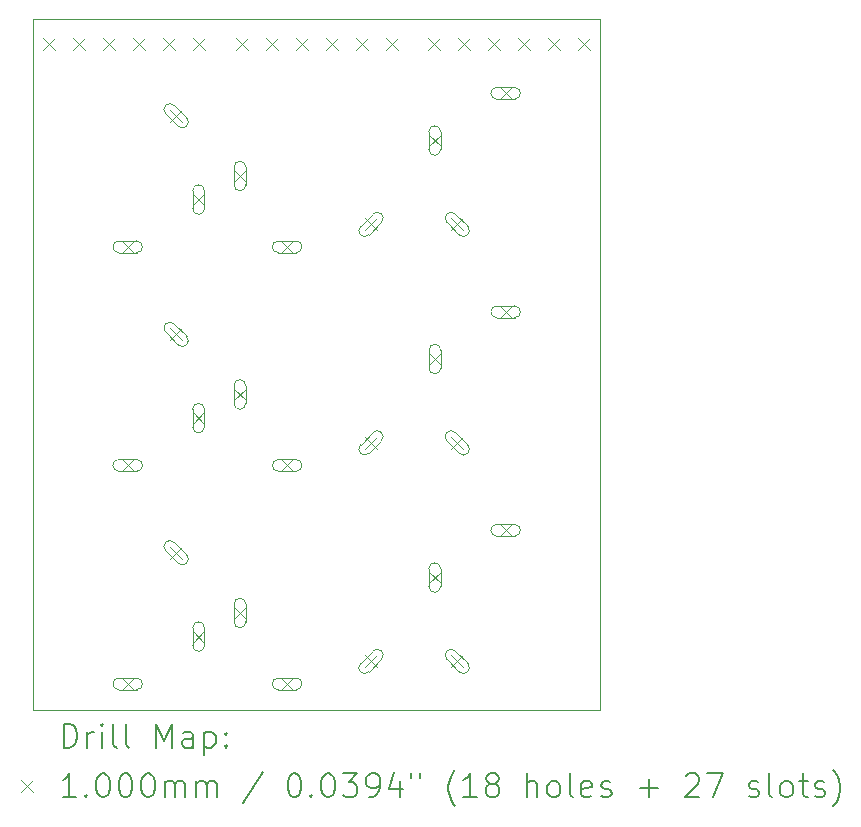
<source format=gbr>
%TF.GenerationSoftware,KiCad,Pcbnew,8.0.5*%
%TF.CreationDate,2024-12-04T18:45:19+01:00*%
%TF.ProjectId,DMH_S_H_Noise_PCB_Conn,444d485f-535f-4485-9f4e-6f6973655f50,1*%
%TF.SameCoordinates,Original*%
%TF.FileFunction,Drillmap*%
%TF.FilePolarity,Positive*%
%FSLAX45Y45*%
G04 Gerber Fmt 4.5, Leading zero omitted, Abs format (unit mm)*
G04 Created by KiCad (PCBNEW 8.0.5) date 2024-12-04 18:45:19*
%MOMM*%
%LPD*%
G01*
G04 APERTURE LIST*
%ADD10C,0.050000*%
%ADD11C,0.200000*%
%ADD12C,0.100000*%
G04 APERTURE END LIST*
D10*
X5100000Y-15900000D02*
X9900000Y-15900000D01*
X9900000Y-21750000D01*
X5100000Y-21750000D01*
X5100000Y-15900000D01*
D11*
D12*
X5185000Y-16060000D02*
X5285000Y-16160000D01*
X5285000Y-16060000D02*
X5185000Y-16160000D01*
X5439000Y-16060000D02*
X5539000Y-16160000D01*
X5539000Y-16060000D02*
X5439000Y-16160000D01*
X5693000Y-16060000D02*
X5793000Y-16160000D01*
X5793000Y-16060000D02*
X5693000Y-16160000D01*
X5850000Y-17775000D02*
X5950000Y-17875000D01*
X5950000Y-17775000D02*
X5850000Y-17875000D01*
X5975000Y-17775000D02*
X5825000Y-17775000D01*
X5825000Y-17875000D02*
G75*
G02*
X5825000Y-17775000I0J50000D01*
G01*
X5825000Y-17875000D02*
X5975000Y-17875000D01*
X5975000Y-17875000D02*
G75*
G03*
X5975000Y-17775000I0J50000D01*
G01*
X5850000Y-19625000D02*
X5950000Y-19725000D01*
X5950000Y-19625000D02*
X5850000Y-19725000D01*
X5975000Y-19625000D02*
X5825000Y-19625000D01*
X5825000Y-19725000D02*
G75*
G02*
X5825000Y-19625000I0J50000D01*
G01*
X5825000Y-19725000D02*
X5975000Y-19725000D01*
X5975000Y-19725000D02*
G75*
G03*
X5975000Y-19625000I0J50000D01*
G01*
X5850000Y-21475000D02*
X5950000Y-21575000D01*
X5950000Y-21475000D02*
X5850000Y-21575000D01*
X5975000Y-21475000D02*
X5825000Y-21475000D01*
X5825000Y-21575000D02*
G75*
G02*
X5825000Y-21475000I0J50000D01*
G01*
X5825000Y-21575000D02*
X5975000Y-21575000D01*
X5975000Y-21575000D02*
G75*
G03*
X5975000Y-21475000I0J50000D01*
G01*
X5947000Y-16060000D02*
X6047000Y-16160000D01*
X6047000Y-16060000D02*
X5947000Y-16160000D01*
X6201000Y-16060000D02*
X6301000Y-16160000D01*
X6301000Y-16060000D02*
X6201000Y-16160000D01*
X6259619Y-16665381D02*
X6359619Y-16765381D01*
X6359619Y-16665381D02*
X6259619Y-16765381D01*
X6398007Y-16733059D02*
X6291941Y-16626993D01*
X6221231Y-16697703D02*
G75*
G02*
X6291941Y-16626993I35355J35355D01*
G01*
X6221231Y-16697703D02*
X6327297Y-16803769D01*
X6327297Y-16803769D02*
G75*
G03*
X6398007Y-16733059I35355J35355D01*
G01*
X6259619Y-18515381D02*
X6359619Y-18615381D01*
X6359619Y-18515381D02*
X6259619Y-18615381D01*
X6398007Y-18583059D02*
X6291941Y-18476993D01*
X6221231Y-18547703D02*
G75*
G02*
X6291941Y-18476993I35355J35355D01*
G01*
X6221231Y-18547703D02*
X6327297Y-18653769D01*
X6327297Y-18653769D02*
G75*
G03*
X6398007Y-18583059I35355J35355D01*
G01*
X6259619Y-20365381D02*
X6359619Y-20465381D01*
X6359619Y-20365381D02*
X6259619Y-20465381D01*
X6398007Y-20433059D02*
X6291941Y-20326993D01*
X6221231Y-20397703D02*
G75*
G02*
X6291941Y-20326993I35355J35355D01*
G01*
X6221231Y-20397703D02*
X6327297Y-20503769D01*
X6327297Y-20503769D02*
G75*
G03*
X6398007Y-20433059I35355J35355D01*
G01*
X6450000Y-17375000D02*
X6550000Y-17475000D01*
X6550000Y-17375000D02*
X6450000Y-17475000D01*
X6450000Y-17350000D02*
X6450000Y-17500000D01*
X6550000Y-17500000D02*
G75*
G02*
X6450000Y-17500000I-50000J0D01*
G01*
X6550000Y-17500000D02*
X6550000Y-17350000D01*
X6550000Y-17350000D02*
G75*
G03*
X6450000Y-17350000I-50000J0D01*
G01*
X6450000Y-19225000D02*
X6550000Y-19325000D01*
X6550000Y-19225000D02*
X6450000Y-19325000D01*
X6450000Y-19200000D02*
X6450000Y-19350000D01*
X6550000Y-19350000D02*
G75*
G02*
X6450000Y-19350000I-50000J0D01*
G01*
X6550000Y-19350000D02*
X6550000Y-19200000D01*
X6550000Y-19200000D02*
G75*
G03*
X6450000Y-19200000I-50000J0D01*
G01*
X6450000Y-21075000D02*
X6550000Y-21175000D01*
X6550000Y-21075000D02*
X6450000Y-21175000D01*
X6450000Y-21050000D02*
X6450000Y-21200000D01*
X6550000Y-21200000D02*
G75*
G02*
X6450000Y-21200000I-50000J0D01*
G01*
X6550000Y-21200000D02*
X6550000Y-21050000D01*
X6550000Y-21050000D02*
G75*
G03*
X6450000Y-21050000I-50000J0D01*
G01*
X6455000Y-16060000D02*
X6555000Y-16160000D01*
X6555000Y-16060000D02*
X6455000Y-16160000D01*
X6800000Y-17175000D02*
X6900000Y-17275000D01*
X6900000Y-17175000D02*
X6800000Y-17275000D01*
X6900000Y-17300000D02*
X6900000Y-17150000D01*
X6800000Y-17150000D02*
G75*
G02*
X6900000Y-17150000I50000J0D01*
G01*
X6800000Y-17150000D02*
X6800000Y-17300000D01*
X6800000Y-17300000D02*
G75*
G03*
X6900000Y-17300000I50000J0D01*
G01*
X6800000Y-19025000D02*
X6900000Y-19125000D01*
X6900000Y-19025000D02*
X6800000Y-19125000D01*
X6900000Y-19150000D02*
X6900000Y-19000000D01*
X6800000Y-19000000D02*
G75*
G02*
X6900000Y-19000000I50000J0D01*
G01*
X6800000Y-19000000D02*
X6800000Y-19150000D01*
X6800000Y-19150000D02*
G75*
G03*
X6900000Y-19150000I50000J0D01*
G01*
X6800000Y-20875000D02*
X6900000Y-20975000D01*
X6900000Y-20875000D02*
X6800000Y-20975000D01*
X6900000Y-21000000D02*
X6900000Y-20850000D01*
X6800000Y-20850000D02*
G75*
G02*
X6900000Y-20850000I50000J0D01*
G01*
X6800000Y-20850000D02*
X6800000Y-21000000D01*
X6800000Y-21000000D02*
G75*
G03*
X6900000Y-21000000I50000J0D01*
G01*
X6815000Y-16060000D02*
X6915000Y-16160000D01*
X6915000Y-16060000D02*
X6815000Y-16160000D01*
X7069000Y-16060000D02*
X7169000Y-16160000D01*
X7169000Y-16060000D02*
X7069000Y-16160000D01*
X7200000Y-17775000D02*
X7300000Y-17875000D01*
X7300000Y-17775000D02*
X7200000Y-17875000D01*
X7325000Y-17775000D02*
X7175000Y-17775000D01*
X7175000Y-17875000D02*
G75*
G02*
X7175000Y-17775000I0J50000D01*
G01*
X7175000Y-17875000D02*
X7325000Y-17875000D01*
X7325000Y-17875000D02*
G75*
G03*
X7325000Y-17775000I0J50000D01*
G01*
X7200000Y-19625000D02*
X7300000Y-19725000D01*
X7300000Y-19625000D02*
X7200000Y-19725000D01*
X7325000Y-19625000D02*
X7175000Y-19625000D01*
X7175000Y-19725000D02*
G75*
G02*
X7175000Y-19625000I0J50000D01*
G01*
X7175000Y-19725000D02*
X7325000Y-19725000D01*
X7325000Y-19725000D02*
G75*
G03*
X7325000Y-19625000I0J50000D01*
G01*
X7200000Y-21475000D02*
X7300000Y-21575000D01*
X7300000Y-21475000D02*
X7200000Y-21575000D01*
X7325000Y-21475000D02*
X7175000Y-21475000D01*
X7175000Y-21575000D02*
G75*
G02*
X7175000Y-21475000I0J50000D01*
G01*
X7175000Y-21575000D02*
X7325000Y-21575000D01*
X7325000Y-21575000D02*
G75*
G03*
X7325000Y-21475000I0J50000D01*
G01*
X7323000Y-16060000D02*
X7423000Y-16160000D01*
X7423000Y-16060000D02*
X7323000Y-16160000D01*
X7577000Y-16060000D02*
X7677000Y-16160000D01*
X7677000Y-16060000D02*
X7577000Y-16160000D01*
X7831000Y-16060000D02*
X7931000Y-16160000D01*
X7931000Y-16060000D02*
X7831000Y-16160000D01*
X7909619Y-17584619D02*
X8009619Y-17684619D01*
X8009619Y-17584619D02*
X7909619Y-17684619D01*
X7941941Y-17723007D02*
X8048007Y-17616941D01*
X7977297Y-17546231D02*
G75*
G02*
X8048007Y-17616941I35355J-35355D01*
G01*
X7977297Y-17546231D02*
X7871231Y-17652297D01*
X7871231Y-17652297D02*
G75*
G03*
X7941941Y-17723007I35355J-35355D01*
G01*
X7909619Y-19434619D02*
X8009619Y-19534619D01*
X8009619Y-19434619D02*
X7909619Y-19534619D01*
X7941941Y-19573007D02*
X8048007Y-19466941D01*
X7977297Y-19396231D02*
G75*
G02*
X8048007Y-19466941I35355J-35355D01*
G01*
X7977297Y-19396231D02*
X7871231Y-19502297D01*
X7871231Y-19502297D02*
G75*
G03*
X7941941Y-19573007I35355J-35355D01*
G01*
X7909619Y-21284619D02*
X8009619Y-21384619D01*
X8009619Y-21284619D02*
X7909619Y-21384619D01*
X7941941Y-21423007D02*
X8048007Y-21316941D01*
X7977297Y-21246231D02*
G75*
G02*
X8048007Y-21316941I35355J-35355D01*
G01*
X7977297Y-21246231D02*
X7871231Y-21352297D01*
X7871231Y-21352297D02*
G75*
G03*
X7941941Y-21423007I35355J-35355D01*
G01*
X8085000Y-16060000D02*
X8185000Y-16160000D01*
X8185000Y-16060000D02*
X8085000Y-16160000D01*
X8445000Y-16060000D02*
X8545000Y-16160000D01*
X8545000Y-16060000D02*
X8445000Y-16160000D01*
X8450000Y-16875000D02*
X8550000Y-16975000D01*
X8550000Y-16875000D02*
X8450000Y-16975000D01*
X8550000Y-17000000D02*
X8550000Y-16850000D01*
X8450000Y-16850000D02*
G75*
G02*
X8550000Y-16850000I50000J0D01*
G01*
X8450000Y-16850000D02*
X8450000Y-17000000D01*
X8450000Y-17000000D02*
G75*
G03*
X8550000Y-17000000I50000J0D01*
G01*
X8450000Y-18725000D02*
X8550000Y-18825000D01*
X8550000Y-18725000D02*
X8450000Y-18825000D01*
X8550000Y-18850000D02*
X8550000Y-18700000D01*
X8450000Y-18700000D02*
G75*
G02*
X8550000Y-18700000I50000J0D01*
G01*
X8450000Y-18700000D02*
X8450000Y-18850000D01*
X8450000Y-18850000D02*
G75*
G03*
X8550000Y-18850000I50000J0D01*
G01*
X8450000Y-20575000D02*
X8550000Y-20675000D01*
X8550000Y-20575000D02*
X8450000Y-20675000D01*
X8550000Y-20700000D02*
X8550000Y-20550000D01*
X8450000Y-20550000D02*
G75*
G02*
X8550000Y-20550000I50000J0D01*
G01*
X8450000Y-20550000D02*
X8450000Y-20700000D01*
X8450000Y-20700000D02*
G75*
G03*
X8550000Y-20700000I50000J0D01*
G01*
X8640381Y-17584619D02*
X8740381Y-17684619D01*
X8740381Y-17584619D02*
X8640381Y-17684619D01*
X8601993Y-17616941D02*
X8708059Y-17723007D01*
X8778769Y-17652297D02*
G75*
G02*
X8708059Y-17723007I-35355J-35355D01*
G01*
X8778769Y-17652297D02*
X8672703Y-17546231D01*
X8672703Y-17546231D02*
G75*
G03*
X8601993Y-17616941I-35355J-35355D01*
G01*
X8640381Y-19434619D02*
X8740381Y-19534619D01*
X8740381Y-19434619D02*
X8640381Y-19534619D01*
X8601993Y-19466941D02*
X8708059Y-19573007D01*
X8778769Y-19502297D02*
G75*
G02*
X8708059Y-19573007I-35355J-35355D01*
G01*
X8778769Y-19502297D02*
X8672703Y-19396231D01*
X8672703Y-19396231D02*
G75*
G03*
X8601993Y-19466941I-35355J-35355D01*
G01*
X8640381Y-21284619D02*
X8740381Y-21384619D01*
X8740381Y-21284619D02*
X8640381Y-21384619D01*
X8601993Y-21316941D02*
X8708059Y-21423007D01*
X8778769Y-21352297D02*
G75*
G02*
X8708059Y-21423007I-35355J-35355D01*
G01*
X8778769Y-21352297D02*
X8672703Y-21246231D01*
X8672703Y-21246231D02*
G75*
G03*
X8601993Y-21316941I-35355J-35355D01*
G01*
X8699000Y-16060000D02*
X8799000Y-16160000D01*
X8799000Y-16060000D02*
X8699000Y-16160000D01*
X8953000Y-16060000D02*
X9053000Y-16160000D01*
X9053000Y-16060000D02*
X8953000Y-16160000D01*
X9050000Y-16475000D02*
X9150000Y-16575000D01*
X9150000Y-16475000D02*
X9050000Y-16575000D01*
X9025000Y-16575000D02*
X9175000Y-16575000D01*
X9175000Y-16475000D02*
G75*
G02*
X9175000Y-16575000I0J-50000D01*
G01*
X9175000Y-16475000D02*
X9025000Y-16475000D01*
X9025000Y-16475000D02*
G75*
G03*
X9025000Y-16575000I0J-50000D01*
G01*
X9050000Y-18325000D02*
X9150000Y-18425000D01*
X9150000Y-18325000D02*
X9050000Y-18425000D01*
X9025000Y-18425000D02*
X9175000Y-18425000D01*
X9175000Y-18325000D02*
G75*
G02*
X9175000Y-18425000I0J-50000D01*
G01*
X9175000Y-18325000D02*
X9025000Y-18325000D01*
X9025000Y-18325000D02*
G75*
G03*
X9025000Y-18425000I0J-50000D01*
G01*
X9050000Y-20175000D02*
X9150000Y-20275000D01*
X9150000Y-20175000D02*
X9050000Y-20275000D01*
X9025000Y-20275000D02*
X9175000Y-20275000D01*
X9175000Y-20175000D02*
G75*
G02*
X9175000Y-20275000I0J-50000D01*
G01*
X9175000Y-20175000D02*
X9025000Y-20175000D01*
X9025000Y-20175000D02*
G75*
G03*
X9025000Y-20275000I0J-50000D01*
G01*
X9207000Y-16060000D02*
X9307000Y-16160000D01*
X9307000Y-16060000D02*
X9207000Y-16160000D01*
X9461000Y-16060000D02*
X9561000Y-16160000D01*
X9561000Y-16060000D02*
X9461000Y-16160000D01*
X9715000Y-16060000D02*
X9815000Y-16160000D01*
X9815000Y-16060000D02*
X9715000Y-16160000D01*
D11*
X5358277Y-22063984D02*
X5358277Y-21863984D01*
X5358277Y-21863984D02*
X5405896Y-21863984D01*
X5405896Y-21863984D02*
X5434467Y-21873508D01*
X5434467Y-21873508D02*
X5453515Y-21892555D01*
X5453515Y-21892555D02*
X5463039Y-21911603D01*
X5463039Y-21911603D02*
X5472563Y-21949698D01*
X5472563Y-21949698D02*
X5472563Y-21978270D01*
X5472563Y-21978270D02*
X5463039Y-22016365D01*
X5463039Y-22016365D02*
X5453515Y-22035412D01*
X5453515Y-22035412D02*
X5434467Y-22054460D01*
X5434467Y-22054460D02*
X5405896Y-22063984D01*
X5405896Y-22063984D02*
X5358277Y-22063984D01*
X5558277Y-22063984D02*
X5558277Y-21930650D01*
X5558277Y-21968746D02*
X5567801Y-21949698D01*
X5567801Y-21949698D02*
X5577324Y-21940174D01*
X5577324Y-21940174D02*
X5596372Y-21930650D01*
X5596372Y-21930650D02*
X5615420Y-21930650D01*
X5682086Y-22063984D02*
X5682086Y-21930650D01*
X5682086Y-21863984D02*
X5672562Y-21873508D01*
X5672562Y-21873508D02*
X5682086Y-21883031D01*
X5682086Y-21883031D02*
X5691610Y-21873508D01*
X5691610Y-21873508D02*
X5682086Y-21863984D01*
X5682086Y-21863984D02*
X5682086Y-21883031D01*
X5805896Y-22063984D02*
X5786848Y-22054460D01*
X5786848Y-22054460D02*
X5777324Y-22035412D01*
X5777324Y-22035412D02*
X5777324Y-21863984D01*
X5910658Y-22063984D02*
X5891610Y-22054460D01*
X5891610Y-22054460D02*
X5882086Y-22035412D01*
X5882086Y-22035412D02*
X5882086Y-21863984D01*
X6139229Y-22063984D02*
X6139229Y-21863984D01*
X6139229Y-21863984D02*
X6205896Y-22006841D01*
X6205896Y-22006841D02*
X6272562Y-21863984D01*
X6272562Y-21863984D02*
X6272562Y-22063984D01*
X6453515Y-22063984D02*
X6453515Y-21959222D01*
X6453515Y-21959222D02*
X6443991Y-21940174D01*
X6443991Y-21940174D02*
X6424943Y-21930650D01*
X6424943Y-21930650D02*
X6386848Y-21930650D01*
X6386848Y-21930650D02*
X6367801Y-21940174D01*
X6453515Y-22054460D02*
X6434467Y-22063984D01*
X6434467Y-22063984D02*
X6386848Y-22063984D01*
X6386848Y-22063984D02*
X6367801Y-22054460D01*
X6367801Y-22054460D02*
X6358277Y-22035412D01*
X6358277Y-22035412D02*
X6358277Y-22016365D01*
X6358277Y-22016365D02*
X6367801Y-21997317D01*
X6367801Y-21997317D02*
X6386848Y-21987793D01*
X6386848Y-21987793D02*
X6434467Y-21987793D01*
X6434467Y-21987793D02*
X6453515Y-21978270D01*
X6548753Y-21930650D02*
X6548753Y-22130650D01*
X6548753Y-21940174D02*
X6567801Y-21930650D01*
X6567801Y-21930650D02*
X6605896Y-21930650D01*
X6605896Y-21930650D02*
X6624943Y-21940174D01*
X6624943Y-21940174D02*
X6634467Y-21949698D01*
X6634467Y-21949698D02*
X6643991Y-21968746D01*
X6643991Y-21968746D02*
X6643991Y-22025889D01*
X6643991Y-22025889D02*
X6634467Y-22044936D01*
X6634467Y-22044936D02*
X6624943Y-22054460D01*
X6624943Y-22054460D02*
X6605896Y-22063984D01*
X6605896Y-22063984D02*
X6567801Y-22063984D01*
X6567801Y-22063984D02*
X6548753Y-22054460D01*
X6729705Y-22044936D02*
X6739229Y-22054460D01*
X6739229Y-22054460D02*
X6729705Y-22063984D01*
X6729705Y-22063984D02*
X6720182Y-22054460D01*
X6720182Y-22054460D02*
X6729705Y-22044936D01*
X6729705Y-22044936D02*
X6729705Y-22063984D01*
X6729705Y-21940174D02*
X6739229Y-21949698D01*
X6739229Y-21949698D02*
X6729705Y-21959222D01*
X6729705Y-21959222D02*
X6720182Y-21949698D01*
X6720182Y-21949698D02*
X6729705Y-21940174D01*
X6729705Y-21940174D02*
X6729705Y-21959222D01*
D12*
X4997500Y-22342500D02*
X5097500Y-22442500D01*
X5097500Y-22342500D02*
X4997500Y-22442500D01*
D11*
X5463039Y-22483984D02*
X5348753Y-22483984D01*
X5405896Y-22483984D02*
X5405896Y-22283984D01*
X5405896Y-22283984D02*
X5386848Y-22312555D01*
X5386848Y-22312555D02*
X5367801Y-22331603D01*
X5367801Y-22331603D02*
X5348753Y-22341127D01*
X5548753Y-22464936D02*
X5558277Y-22474460D01*
X5558277Y-22474460D02*
X5548753Y-22483984D01*
X5548753Y-22483984D02*
X5539229Y-22474460D01*
X5539229Y-22474460D02*
X5548753Y-22464936D01*
X5548753Y-22464936D02*
X5548753Y-22483984D01*
X5682086Y-22283984D02*
X5701134Y-22283984D01*
X5701134Y-22283984D02*
X5720182Y-22293508D01*
X5720182Y-22293508D02*
X5729705Y-22303031D01*
X5729705Y-22303031D02*
X5739229Y-22322079D01*
X5739229Y-22322079D02*
X5748753Y-22360174D01*
X5748753Y-22360174D02*
X5748753Y-22407793D01*
X5748753Y-22407793D02*
X5739229Y-22445888D01*
X5739229Y-22445888D02*
X5729705Y-22464936D01*
X5729705Y-22464936D02*
X5720182Y-22474460D01*
X5720182Y-22474460D02*
X5701134Y-22483984D01*
X5701134Y-22483984D02*
X5682086Y-22483984D01*
X5682086Y-22483984D02*
X5663039Y-22474460D01*
X5663039Y-22474460D02*
X5653515Y-22464936D01*
X5653515Y-22464936D02*
X5643991Y-22445888D01*
X5643991Y-22445888D02*
X5634467Y-22407793D01*
X5634467Y-22407793D02*
X5634467Y-22360174D01*
X5634467Y-22360174D02*
X5643991Y-22322079D01*
X5643991Y-22322079D02*
X5653515Y-22303031D01*
X5653515Y-22303031D02*
X5663039Y-22293508D01*
X5663039Y-22293508D02*
X5682086Y-22283984D01*
X5872562Y-22283984D02*
X5891610Y-22283984D01*
X5891610Y-22283984D02*
X5910658Y-22293508D01*
X5910658Y-22293508D02*
X5920182Y-22303031D01*
X5920182Y-22303031D02*
X5929705Y-22322079D01*
X5929705Y-22322079D02*
X5939229Y-22360174D01*
X5939229Y-22360174D02*
X5939229Y-22407793D01*
X5939229Y-22407793D02*
X5929705Y-22445888D01*
X5929705Y-22445888D02*
X5920182Y-22464936D01*
X5920182Y-22464936D02*
X5910658Y-22474460D01*
X5910658Y-22474460D02*
X5891610Y-22483984D01*
X5891610Y-22483984D02*
X5872562Y-22483984D01*
X5872562Y-22483984D02*
X5853515Y-22474460D01*
X5853515Y-22474460D02*
X5843991Y-22464936D01*
X5843991Y-22464936D02*
X5834467Y-22445888D01*
X5834467Y-22445888D02*
X5824943Y-22407793D01*
X5824943Y-22407793D02*
X5824943Y-22360174D01*
X5824943Y-22360174D02*
X5834467Y-22322079D01*
X5834467Y-22322079D02*
X5843991Y-22303031D01*
X5843991Y-22303031D02*
X5853515Y-22293508D01*
X5853515Y-22293508D02*
X5872562Y-22283984D01*
X6063039Y-22283984D02*
X6082086Y-22283984D01*
X6082086Y-22283984D02*
X6101134Y-22293508D01*
X6101134Y-22293508D02*
X6110658Y-22303031D01*
X6110658Y-22303031D02*
X6120182Y-22322079D01*
X6120182Y-22322079D02*
X6129705Y-22360174D01*
X6129705Y-22360174D02*
X6129705Y-22407793D01*
X6129705Y-22407793D02*
X6120182Y-22445888D01*
X6120182Y-22445888D02*
X6110658Y-22464936D01*
X6110658Y-22464936D02*
X6101134Y-22474460D01*
X6101134Y-22474460D02*
X6082086Y-22483984D01*
X6082086Y-22483984D02*
X6063039Y-22483984D01*
X6063039Y-22483984D02*
X6043991Y-22474460D01*
X6043991Y-22474460D02*
X6034467Y-22464936D01*
X6034467Y-22464936D02*
X6024943Y-22445888D01*
X6024943Y-22445888D02*
X6015420Y-22407793D01*
X6015420Y-22407793D02*
X6015420Y-22360174D01*
X6015420Y-22360174D02*
X6024943Y-22322079D01*
X6024943Y-22322079D02*
X6034467Y-22303031D01*
X6034467Y-22303031D02*
X6043991Y-22293508D01*
X6043991Y-22293508D02*
X6063039Y-22283984D01*
X6215420Y-22483984D02*
X6215420Y-22350650D01*
X6215420Y-22369698D02*
X6224943Y-22360174D01*
X6224943Y-22360174D02*
X6243991Y-22350650D01*
X6243991Y-22350650D02*
X6272563Y-22350650D01*
X6272563Y-22350650D02*
X6291610Y-22360174D01*
X6291610Y-22360174D02*
X6301134Y-22379222D01*
X6301134Y-22379222D02*
X6301134Y-22483984D01*
X6301134Y-22379222D02*
X6310658Y-22360174D01*
X6310658Y-22360174D02*
X6329705Y-22350650D01*
X6329705Y-22350650D02*
X6358277Y-22350650D01*
X6358277Y-22350650D02*
X6377324Y-22360174D01*
X6377324Y-22360174D02*
X6386848Y-22379222D01*
X6386848Y-22379222D02*
X6386848Y-22483984D01*
X6482086Y-22483984D02*
X6482086Y-22350650D01*
X6482086Y-22369698D02*
X6491610Y-22360174D01*
X6491610Y-22360174D02*
X6510658Y-22350650D01*
X6510658Y-22350650D02*
X6539229Y-22350650D01*
X6539229Y-22350650D02*
X6558277Y-22360174D01*
X6558277Y-22360174D02*
X6567801Y-22379222D01*
X6567801Y-22379222D02*
X6567801Y-22483984D01*
X6567801Y-22379222D02*
X6577324Y-22360174D01*
X6577324Y-22360174D02*
X6596372Y-22350650D01*
X6596372Y-22350650D02*
X6624943Y-22350650D01*
X6624943Y-22350650D02*
X6643991Y-22360174D01*
X6643991Y-22360174D02*
X6653515Y-22379222D01*
X6653515Y-22379222D02*
X6653515Y-22483984D01*
X7043991Y-22274460D02*
X6872563Y-22531603D01*
X7301134Y-22283984D02*
X7320182Y-22283984D01*
X7320182Y-22283984D02*
X7339229Y-22293508D01*
X7339229Y-22293508D02*
X7348753Y-22303031D01*
X7348753Y-22303031D02*
X7358277Y-22322079D01*
X7358277Y-22322079D02*
X7367801Y-22360174D01*
X7367801Y-22360174D02*
X7367801Y-22407793D01*
X7367801Y-22407793D02*
X7358277Y-22445888D01*
X7358277Y-22445888D02*
X7348753Y-22464936D01*
X7348753Y-22464936D02*
X7339229Y-22474460D01*
X7339229Y-22474460D02*
X7320182Y-22483984D01*
X7320182Y-22483984D02*
X7301134Y-22483984D01*
X7301134Y-22483984D02*
X7282086Y-22474460D01*
X7282086Y-22474460D02*
X7272563Y-22464936D01*
X7272563Y-22464936D02*
X7263039Y-22445888D01*
X7263039Y-22445888D02*
X7253515Y-22407793D01*
X7253515Y-22407793D02*
X7253515Y-22360174D01*
X7253515Y-22360174D02*
X7263039Y-22322079D01*
X7263039Y-22322079D02*
X7272563Y-22303031D01*
X7272563Y-22303031D02*
X7282086Y-22293508D01*
X7282086Y-22293508D02*
X7301134Y-22283984D01*
X7453515Y-22464936D02*
X7463039Y-22474460D01*
X7463039Y-22474460D02*
X7453515Y-22483984D01*
X7453515Y-22483984D02*
X7443991Y-22474460D01*
X7443991Y-22474460D02*
X7453515Y-22464936D01*
X7453515Y-22464936D02*
X7453515Y-22483984D01*
X7586848Y-22283984D02*
X7605896Y-22283984D01*
X7605896Y-22283984D02*
X7624944Y-22293508D01*
X7624944Y-22293508D02*
X7634467Y-22303031D01*
X7634467Y-22303031D02*
X7643991Y-22322079D01*
X7643991Y-22322079D02*
X7653515Y-22360174D01*
X7653515Y-22360174D02*
X7653515Y-22407793D01*
X7653515Y-22407793D02*
X7643991Y-22445888D01*
X7643991Y-22445888D02*
X7634467Y-22464936D01*
X7634467Y-22464936D02*
X7624944Y-22474460D01*
X7624944Y-22474460D02*
X7605896Y-22483984D01*
X7605896Y-22483984D02*
X7586848Y-22483984D01*
X7586848Y-22483984D02*
X7567801Y-22474460D01*
X7567801Y-22474460D02*
X7558277Y-22464936D01*
X7558277Y-22464936D02*
X7548753Y-22445888D01*
X7548753Y-22445888D02*
X7539229Y-22407793D01*
X7539229Y-22407793D02*
X7539229Y-22360174D01*
X7539229Y-22360174D02*
X7548753Y-22322079D01*
X7548753Y-22322079D02*
X7558277Y-22303031D01*
X7558277Y-22303031D02*
X7567801Y-22293508D01*
X7567801Y-22293508D02*
X7586848Y-22283984D01*
X7720182Y-22283984D02*
X7843991Y-22283984D01*
X7843991Y-22283984D02*
X7777325Y-22360174D01*
X7777325Y-22360174D02*
X7805896Y-22360174D01*
X7805896Y-22360174D02*
X7824944Y-22369698D01*
X7824944Y-22369698D02*
X7834467Y-22379222D01*
X7834467Y-22379222D02*
X7843991Y-22398269D01*
X7843991Y-22398269D02*
X7843991Y-22445888D01*
X7843991Y-22445888D02*
X7834467Y-22464936D01*
X7834467Y-22464936D02*
X7824944Y-22474460D01*
X7824944Y-22474460D02*
X7805896Y-22483984D01*
X7805896Y-22483984D02*
X7748753Y-22483984D01*
X7748753Y-22483984D02*
X7729706Y-22474460D01*
X7729706Y-22474460D02*
X7720182Y-22464936D01*
X7939229Y-22483984D02*
X7977325Y-22483984D01*
X7977325Y-22483984D02*
X7996372Y-22474460D01*
X7996372Y-22474460D02*
X8005896Y-22464936D01*
X8005896Y-22464936D02*
X8024944Y-22436365D01*
X8024944Y-22436365D02*
X8034467Y-22398269D01*
X8034467Y-22398269D02*
X8034467Y-22322079D01*
X8034467Y-22322079D02*
X8024944Y-22303031D01*
X8024944Y-22303031D02*
X8015420Y-22293508D01*
X8015420Y-22293508D02*
X7996372Y-22283984D01*
X7996372Y-22283984D02*
X7958277Y-22283984D01*
X7958277Y-22283984D02*
X7939229Y-22293508D01*
X7939229Y-22293508D02*
X7929706Y-22303031D01*
X7929706Y-22303031D02*
X7920182Y-22322079D01*
X7920182Y-22322079D02*
X7920182Y-22369698D01*
X7920182Y-22369698D02*
X7929706Y-22388746D01*
X7929706Y-22388746D02*
X7939229Y-22398269D01*
X7939229Y-22398269D02*
X7958277Y-22407793D01*
X7958277Y-22407793D02*
X7996372Y-22407793D01*
X7996372Y-22407793D02*
X8015420Y-22398269D01*
X8015420Y-22398269D02*
X8024944Y-22388746D01*
X8024944Y-22388746D02*
X8034467Y-22369698D01*
X8205896Y-22350650D02*
X8205896Y-22483984D01*
X8158277Y-22274460D02*
X8110658Y-22417317D01*
X8110658Y-22417317D02*
X8234467Y-22417317D01*
X8301134Y-22283984D02*
X8301134Y-22322079D01*
X8377325Y-22283984D02*
X8377325Y-22322079D01*
X8672563Y-22560174D02*
X8663039Y-22550650D01*
X8663039Y-22550650D02*
X8643991Y-22522079D01*
X8643991Y-22522079D02*
X8634468Y-22503031D01*
X8634468Y-22503031D02*
X8624944Y-22474460D01*
X8624944Y-22474460D02*
X8615420Y-22426841D01*
X8615420Y-22426841D02*
X8615420Y-22388746D01*
X8615420Y-22388746D02*
X8624944Y-22341127D01*
X8624944Y-22341127D02*
X8634468Y-22312555D01*
X8634468Y-22312555D02*
X8643991Y-22293508D01*
X8643991Y-22293508D02*
X8663039Y-22264936D01*
X8663039Y-22264936D02*
X8672563Y-22255412D01*
X8853515Y-22483984D02*
X8739230Y-22483984D01*
X8796372Y-22483984D02*
X8796372Y-22283984D01*
X8796372Y-22283984D02*
X8777325Y-22312555D01*
X8777325Y-22312555D02*
X8758277Y-22331603D01*
X8758277Y-22331603D02*
X8739230Y-22341127D01*
X8967801Y-22369698D02*
X8948753Y-22360174D01*
X8948753Y-22360174D02*
X8939230Y-22350650D01*
X8939230Y-22350650D02*
X8929706Y-22331603D01*
X8929706Y-22331603D02*
X8929706Y-22322079D01*
X8929706Y-22322079D02*
X8939230Y-22303031D01*
X8939230Y-22303031D02*
X8948753Y-22293508D01*
X8948753Y-22293508D02*
X8967801Y-22283984D01*
X8967801Y-22283984D02*
X9005896Y-22283984D01*
X9005896Y-22283984D02*
X9024944Y-22293508D01*
X9024944Y-22293508D02*
X9034468Y-22303031D01*
X9034468Y-22303031D02*
X9043991Y-22322079D01*
X9043991Y-22322079D02*
X9043991Y-22331603D01*
X9043991Y-22331603D02*
X9034468Y-22350650D01*
X9034468Y-22350650D02*
X9024944Y-22360174D01*
X9024944Y-22360174D02*
X9005896Y-22369698D01*
X9005896Y-22369698D02*
X8967801Y-22369698D01*
X8967801Y-22369698D02*
X8948753Y-22379222D01*
X8948753Y-22379222D02*
X8939230Y-22388746D01*
X8939230Y-22388746D02*
X8929706Y-22407793D01*
X8929706Y-22407793D02*
X8929706Y-22445888D01*
X8929706Y-22445888D02*
X8939230Y-22464936D01*
X8939230Y-22464936D02*
X8948753Y-22474460D01*
X8948753Y-22474460D02*
X8967801Y-22483984D01*
X8967801Y-22483984D02*
X9005896Y-22483984D01*
X9005896Y-22483984D02*
X9024944Y-22474460D01*
X9024944Y-22474460D02*
X9034468Y-22464936D01*
X9034468Y-22464936D02*
X9043991Y-22445888D01*
X9043991Y-22445888D02*
X9043991Y-22407793D01*
X9043991Y-22407793D02*
X9034468Y-22388746D01*
X9034468Y-22388746D02*
X9024944Y-22379222D01*
X9024944Y-22379222D02*
X9005896Y-22369698D01*
X9282087Y-22483984D02*
X9282087Y-22283984D01*
X9367801Y-22483984D02*
X9367801Y-22379222D01*
X9367801Y-22379222D02*
X9358277Y-22360174D01*
X9358277Y-22360174D02*
X9339230Y-22350650D01*
X9339230Y-22350650D02*
X9310658Y-22350650D01*
X9310658Y-22350650D02*
X9291611Y-22360174D01*
X9291611Y-22360174D02*
X9282087Y-22369698D01*
X9491611Y-22483984D02*
X9472563Y-22474460D01*
X9472563Y-22474460D02*
X9463039Y-22464936D01*
X9463039Y-22464936D02*
X9453515Y-22445888D01*
X9453515Y-22445888D02*
X9453515Y-22388746D01*
X9453515Y-22388746D02*
X9463039Y-22369698D01*
X9463039Y-22369698D02*
X9472563Y-22360174D01*
X9472563Y-22360174D02*
X9491611Y-22350650D01*
X9491611Y-22350650D02*
X9520182Y-22350650D01*
X9520182Y-22350650D02*
X9539230Y-22360174D01*
X9539230Y-22360174D02*
X9548753Y-22369698D01*
X9548753Y-22369698D02*
X9558277Y-22388746D01*
X9558277Y-22388746D02*
X9558277Y-22445888D01*
X9558277Y-22445888D02*
X9548753Y-22464936D01*
X9548753Y-22464936D02*
X9539230Y-22474460D01*
X9539230Y-22474460D02*
X9520182Y-22483984D01*
X9520182Y-22483984D02*
X9491611Y-22483984D01*
X9672563Y-22483984D02*
X9653515Y-22474460D01*
X9653515Y-22474460D02*
X9643992Y-22455412D01*
X9643992Y-22455412D02*
X9643992Y-22283984D01*
X9824944Y-22474460D02*
X9805896Y-22483984D01*
X9805896Y-22483984D02*
X9767801Y-22483984D01*
X9767801Y-22483984D02*
X9748753Y-22474460D01*
X9748753Y-22474460D02*
X9739230Y-22455412D01*
X9739230Y-22455412D02*
X9739230Y-22379222D01*
X9739230Y-22379222D02*
X9748753Y-22360174D01*
X9748753Y-22360174D02*
X9767801Y-22350650D01*
X9767801Y-22350650D02*
X9805896Y-22350650D01*
X9805896Y-22350650D02*
X9824944Y-22360174D01*
X9824944Y-22360174D02*
X9834468Y-22379222D01*
X9834468Y-22379222D02*
X9834468Y-22398269D01*
X9834468Y-22398269D02*
X9739230Y-22417317D01*
X9910658Y-22474460D02*
X9929706Y-22483984D01*
X9929706Y-22483984D02*
X9967801Y-22483984D01*
X9967801Y-22483984D02*
X9986849Y-22474460D01*
X9986849Y-22474460D02*
X9996373Y-22455412D01*
X9996373Y-22455412D02*
X9996373Y-22445888D01*
X9996373Y-22445888D02*
X9986849Y-22426841D01*
X9986849Y-22426841D02*
X9967801Y-22417317D01*
X9967801Y-22417317D02*
X9939230Y-22417317D01*
X9939230Y-22417317D02*
X9920182Y-22407793D01*
X9920182Y-22407793D02*
X9910658Y-22388746D01*
X9910658Y-22388746D02*
X9910658Y-22379222D01*
X9910658Y-22379222D02*
X9920182Y-22360174D01*
X9920182Y-22360174D02*
X9939230Y-22350650D01*
X9939230Y-22350650D02*
X9967801Y-22350650D01*
X9967801Y-22350650D02*
X9986849Y-22360174D01*
X10234468Y-22407793D02*
X10386849Y-22407793D01*
X10310658Y-22483984D02*
X10310658Y-22331603D01*
X10624944Y-22303031D02*
X10634468Y-22293508D01*
X10634468Y-22293508D02*
X10653515Y-22283984D01*
X10653515Y-22283984D02*
X10701135Y-22283984D01*
X10701135Y-22283984D02*
X10720182Y-22293508D01*
X10720182Y-22293508D02*
X10729706Y-22303031D01*
X10729706Y-22303031D02*
X10739230Y-22322079D01*
X10739230Y-22322079D02*
X10739230Y-22341127D01*
X10739230Y-22341127D02*
X10729706Y-22369698D01*
X10729706Y-22369698D02*
X10615420Y-22483984D01*
X10615420Y-22483984D02*
X10739230Y-22483984D01*
X10805896Y-22283984D02*
X10939230Y-22283984D01*
X10939230Y-22283984D02*
X10853515Y-22483984D01*
X11158277Y-22474460D02*
X11177325Y-22483984D01*
X11177325Y-22483984D02*
X11215420Y-22483984D01*
X11215420Y-22483984D02*
X11234468Y-22474460D01*
X11234468Y-22474460D02*
X11243992Y-22455412D01*
X11243992Y-22455412D02*
X11243992Y-22445888D01*
X11243992Y-22445888D02*
X11234468Y-22426841D01*
X11234468Y-22426841D02*
X11215420Y-22417317D01*
X11215420Y-22417317D02*
X11186849Y-22417317D01*
X11186849Y-22417317D02*
X11167801Y-22407793D01*
X11167801Y-22407793D02*
X11158277Y-22388746D01*
X11158277Y-22388746D02*
X11158277Y-22379222D01*
X11158277Y-22379222D02*
X11167801Y-22360174D01*
X11167801Y-22360174D02*
X11186849Y-22350650D01*
X11186849Y-22350650D02*
X11215420Y-22350650D01*
X11215420Y-22350650D02*
X11234468Y-22360174D01*
X11358277Y-22483984D02*
X11339230Y-22474460D01*
X11339230Y-22474460D02*
X11329706Y-22455412D01*
X11329706Y-22455412D02*
X11329706Y-22283984D01*
X11463039Y-22483984D02*
X11443992Y-22474460D01*
X11443992Y-22474460D02*
X11434468Y-22464936D01*
X11434468Y-22464936D02*
X11424944Y-22445888D01*
X11424944Y-22445888D02*
X11424944Y-22388746D01*
X11424944Y-22388746D02*
X11434468Y-22369698D01*
X11434468Y-22369698D02*
X11443992Y-22360174D01*
X11443992Y-22360174D02*
X11463039Y-22350650D01*
X11463039Y-22350650D02*
X11491611Y-22350650D01*
X11491611Y-22350650D02*
X11510658Y-22360174D01*
X11510658Y-22360174D02*
X11520182Y-22369698D01*
X11520182Y-22369698D02*
X11529706Y-22388746D01*
X11529706Y-22388746D02*
X11529706Y-22445888D01*
X11529706Y-22445888D02*
X11520182Y-22464936D01*
X11520182Y-22464936D02*
X11510658Y-22474460D01*
X11510658Y-22474460D02*
X11491611Y-22483984D01*
X11491611Y-22483984D02*
X11463039Y-22483984D01*
X11586849Y-22350650D02*
X11663039Y-22350650D01*
X11615420Y-22283984D02*
X11615420Y-22455412D01*
X11615420Y-22455412D02*
X11624944Y-22474460D01*
X11624944Y-22474460D02*
X11643992Y-22483984D01*
X11643992Y-22483984D02*
X11663039Y-22483984D01*
X11720182Y-22474460D02*
X11739230Y-22483984D01*
X11739230Y-22483984D02*
X11777325Y-22483984D01*
X11777325Y-22483984D02*
X11796373Y-22474460D01*
X11796373Y-22474460D02*
X11805896Y-22455412D01*
X11805896Y-22455412D02*
X11805896Y-22445888D01*
X11805896Y-22445888D02*
X11796373Y-22426841D01*
X11796373Y-22426841D02*
X11777325Y-22417317D01*
X11777325Y-22417317D02*
X11748754Y-22417317D01*
X11748754Y-22417317D02*
X11729706Y-22407793D01*
X11729706Y-22407793D02*
X11720182Y-22388746D01*
X11720182Y-22388746D02*
X11720182Y-22379222D01*
X11720182Y-22379222D02*
X11729706Y-22360174D01*
X11729706Y-22360174D02*
X11748754Y-22350650D01*
X11748754Y-22350650D02*
X11777325Y-22350650D01*
X11777325Y-22350650D02*
X11796373Y-22360174D01*
X11872563Y-22560174D02*
X11882087Y-22550650D01*
X11882087Y-22550650D02*
X11901135Y-22522079D01*
X11901135Y-22522079D02*
X11910658Y-22503031D01*
X11910658Y-22503031D02*
X11920182Y-22474460D01*
X11920182Y-22474460D02*
X11929706Y-22426841D01*
X11929706Y-22426841D02*
X11929706Y-22388746D01*
X11929706Y-22388746D02*
X11920182Y-22341127D01*
X11920182Y-22341127D02*
X11910658Y-22312555D01*
X11910658Y-22312555D02*
X11901135Y-22293508D01*
X11901135Y-22293508D02*
X11882087Y-22264936D01*
X11882087Y-22264936D02*
X11872563Y-22255412D01*
M02*

</source>
